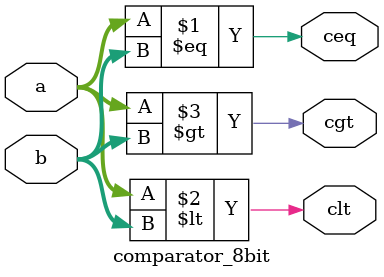
<source format=v>
module comparator_8bit (
    input  wire [7:0] a,
    input  wire [7:0] b,
    output wire ceq,
    output wire clt,
    output wire cgt
);
    assign ceq = (a == b);
    assign clt = (a < b);
    assign cgt = (a > b);
endmodule
//This can be useful in digital circuits where decision-making depends on comparing values, such as sorting, conditional branching, or arithmetic operations.

</source>
